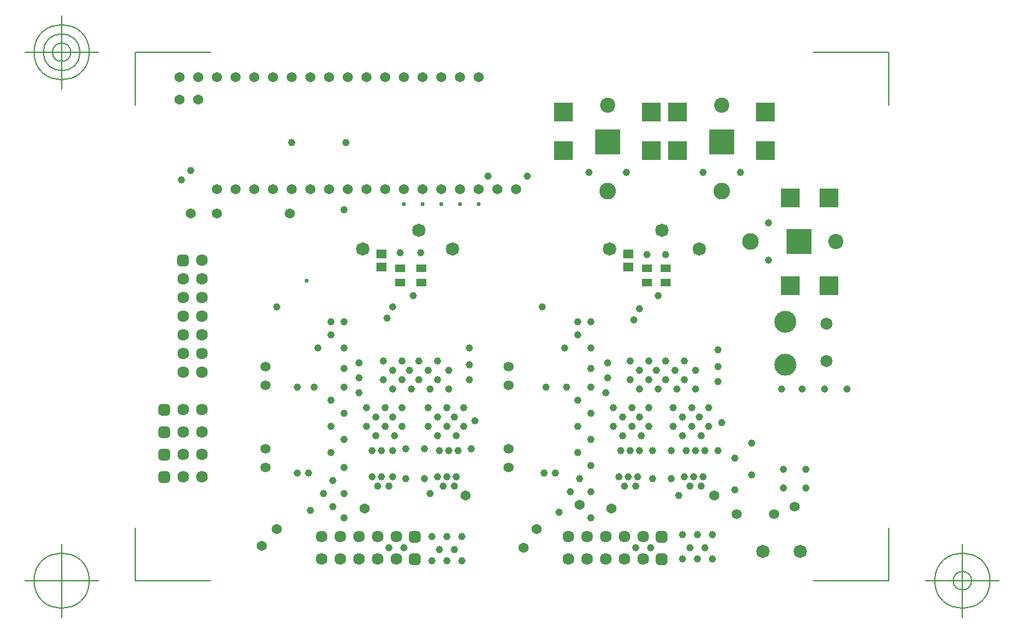
<source format=gbr>
G04 Generated by Ultiboard 13.0 *
%FSLAX25Y25*%
%MOIN*%

%ADD10C,0.00001*%
%ADD11C,0.00500*%
%ADD12C,0.05400*%
%ADD13C,0.03937*%
%ADD14R,0.05512X0.04134*%
%ADD15C,0.07166*%
%ADD16R,0.05709X0.04528*%
%ADD17C,0.06334*%
%ADD18R,0.02083X0.02083*%
%ADD19C,0.03917*%
%ADD20C,0.05337*%
%ADD21C,0.06518*%
%ADD22C,0.02100*%
%ADD23C,0.11811*%
%ADD24C,0.08093*%
%ADD25C,0.08880*%
%ADD26R,0.10000X0.10000*%
%ADD27R,0.13211X0.13211*%


G04 ColorRGB 9900CC for the following layer *
%LNSolder Mask Bottom*%
%LPD*%
G54D10*
G54D11*
X-1500Y-1500D02*
X-1500Y26800D01*
X-1500Y-1500D02*
X38800Y-1500D01*
X401500Y-1500D02*
X361200Y-1500D01*
X401500Y-1500D02*
X401500Y26800D01*
X401500Y281500D02*
X401500Y253200D01*
X401500Y281500D02*
X361200Y281500D01*
X-1500Y281500D02*
X38800Y281500D01*
X-1500Y281500D02*
X-1500Y253200D01*
X-21185Y-1500D02*
X-60555Y-1500D01*
X-40870Y-21185D02*
X-40870Y18185D01*
X-55634Y-1500D02*
G75*
D01*
G02X-55634Y-1500I14764J0*
G01*
X421185Y-1500D02*
X460555Y-1500D01*
X440870Y-21185D02*
X440870Y18185D01*
X426106Y-1500D02*
G75*
D01*
G02X426106Y-1500I14764J0*
G01*
X435949Y-1500D02*
G75*
D01*
G02X435949Y-1500I4921J0*
G01*
X-21185Y281500D02*
X-60555Y281500D01*
X-40870Y261815D02*
X-40870Y301185D01*
X-55634Y281500D02*
G75*
D01*
G02X-55634Y281500I14764J0*
G01*
X-50713Y281500D02*
G75*
D01*
G02X-50713Y281500I9843J0*
G01*
X-45791Y281500D02*
G75*
D01*
G02X-45791Y281500I4921J0*
G01*
G54D12*
X42000Y208000D03*
X52000Y208000D03*
X62000Y208000D03*
X72000Y208000D03*
X82000Y208000D03*
X92000Y208000D03*
X102000Y208000D03*
X112000Y208000D03*
X122000Y208000D03*
X132000Y208000D03*
X142000Y208000D03*
X152000Y208000D03*
X162000Y208000D03*
X172000Y208000D03*
X182000Y208000D03*
X192000Y208000D03*
X202000Y208000D03*
X22000Y268000D03*
X32000Y268000D03*
X42000Y268000D03*
X52000Y268000D03*
X62000Y268000D03*
X72000Y268000D03*
X82000Y268000D03*
X92000Y268000D03*
X102000Y268000D03*
X112000Y268000D03*
X122000Y268000D03*
X132000Y268000D03*
X142000Y268000D03*
X152000Y268000D03*
X162000Y268000D03*
X172000Y268000D03*
X182000Y268000D03*
X42000Y195000D03*
X42000Y195000D03*
X28000Y195000D03*
X28000Y195000D03*
X74000Y26000D03*
X74000Y26000D03*
X66000Y17000D03*
X66000Y17000D03*
X213000Y26000D03*
X213000Y26000D03*
X206000Y16000D03*
X206000Y16000D03*
X175000Y44000D03*
X175000Y44000D03*
X121000Y37000D03*
X121000Y37000D03*
X253000Y37000D03*
X253000Y37000D03*
X308000Y44000D03*
X308000Y44000D03*
X236000Y39000D03*
X236000Y39000D03*
X81000Y195000D03*
X81000Y195000D03*
X32000Y256000D03*
X32000Y256000D03*
X22000Y256000D03*
X22000Y256000D03*
G54D13*
X104000Y38000D03*
X110000Y45000D03*
X128000Y49000D03*
X134000Y49000D03*
X163000Y49000D03*
X169000Y49000D03*
X242000Y46000D03*
X260000Y49000D03*
X266000Y49000D03*
X295000Y49000D03*
X301000Y49000D03*
X85000Y56000D03*
X91000Y56000D03*
X104000Y52000D03*
X125000Y54000D03*
X130000Y54000D03*
X136000Y54000D03*
X160000Y54000D03*
X165000Y54000D03*
X170000Y54000D03*
X217000Y56000D03*
X223000Y56000D03*
X236000Y53000D03*
X257000Y54000D03*
X262000Y54000D03*
X267000Y54000D03*
X292000Y54000D03*
X297000Y54000D03*
X302000Y54000D03*
X110000Y59000D03*
X242000Y60000D03*
X103000Y67000D03*
X125000Y68000D03*
X130000Y68000D03*
X136000Y68000D03*
X161000Y68000D03*
X166000Y68000D03*
X171000Y68000D03*
X235000Y67000D03*
X258000Y68000D03*
X263000Y68000D03*
X268000Y68000D03*
X293000Y68000D03*
X298000Y68000D03*
X303000Y68000D03*
X103000Y81000D03*
X110000Y74000D03*
X235000Y81000D03*
X242000Y74000D03*
X110000Y88000D03*
X242000Y88000D03*
X103000Y95000D03*
X235000Y95000D03*
X110000Y102000D03*
X242000Y102000D03*
X110000Y123000D03*
X242000Y123000D03*
X103000Y130000D03*
X235000Y130000D03*
X103000Y137000D03*
X110000Y137000D03*
X133000Y139000D03*
X242000Y137000D03*
X265000Y138000D03*
X268000Y144000D03*
X136000Y145000D03*
X147000Y151000D03*
X216000Y145000D03*
X278000Y151000D03*
X140000Y174000D03*
X151000Y174000D03*
X272000Y173000D03*
X282000Y173000D03*
X110000Y197000D03*
X82000Y233000D03*
X111000Y233000D03*
X208000Y215000D03*
X187000Y215000D03*
X235000Y137000D03*
X319000Y47000D03*
X328000Y55000D03*
X319000Y64000D03*
X328000Y72000D03*
X291000Y23000D03*
X299000Y23000D03*
X307000Y23000D03*
X295000Y16000D03*
X291000Y10000D03*
X299000Y10000D03*
X307000Y10000D03*
X310000Y68000D03*
X312000Y83000D03*
X310000Y105000D03*
X310000Y113000D03*
X310000Y122000D03*
X289000Y44000D03*
X285000Y53000D03*
X285000Y68000D03*
X242000Y112000D03*
X242000Y32000D03*
X225000Y35000D03*
X231000Y46000D03*
X110000Y32000D03*
X99000Y45000D03*
X92000Y36000D03*
X110000Y112000D03*
X96000Y123000D03*
X228000Y123000D03*
X94000Y102000D03*
X85000Y102000D03*
X229000Y102000D03*
X218000Y102000D03*
X251000Y115000D03*
X251000Y107000D03*
X250000Y99000D03*
X275000Y68000D03*
X275000Y53000D03*
X177000Y123000D03*
X177000Y114000D03*
X177000Y106000D03*
X156000Y45000D03*
X180000Y84000D03*
X153000Y69000D03*
X153000Y53000D03*
X178000Y69000D03*
X118000Y115000D03*
X118000Y107000D03*
X118000Y99000D03*
X143000Y69000D03*
X143000Y53000D03*
X174000Y91000D03*
X160000Y76000D03*
X170000Y76000D03*
X174000Y81000D03*
X165000Y91000D03*
X155000Y91000D03*
X160000Y86000D03*
X169000Y86000D03*
X155000Y81000D03*
X165000Y81000D03*
X127000Y76000D03*
X122000Y81000D03*
X132000Y81000D03*
X137000Y76000D03*
X141000Y81000D03*
X127000Y86000D03*
X136000Y86000D03*
X122000Y91000D03*
X132000Y91000D03*
X141000Y91000D03*
X259000Y76000D03*
X254000Y81000D03*
X264000Y81000D03*
X269000Y76000D03*
X273000Y81000D03*
X259000Y86000D03*
X268000Y86000D03*
X254000Y91000D03*
X264000Y91000D03*
X273000Y91000D03*
X291000Y76000D03*
X286000Y81000D03*
X296000Y81000D03*
X301000Y76000D03*
X305000Y81000D03*
X291000Y86000D03*
X300000Y86000D03*
X286000Y91000D03*
X296000Y91000D03*
X305000Y91000D03*
X268000Y101000D03*
X263000Y106000D03*
X273000Y106000D03*
X278000Y101000D03*
X282000Y106000D03*
X268000Y111000D03*
X277000Y111000D03*
X263000Y116000D03*
X273000Y116000D03*
X282000Y116000D03*
X136000Y101000D03*
X131000Y106000D03*
X141000Y106000D03*
X146000Y101000D03*
X150000Y106000D03*
X136000Y111000D03*
X145000Y111000D03*
X131000Y116000D03*
X141000Y116000D03*
X150000Y116000D03*
X156000Y101000D03*
X160000Y106000D03*
X155000Y111000D03*
X160000Y116000D03*
X166000Y111000D03*
X166000Y101000D03*
X288000Y101000D03*
X298000Y101000D03*
X292000Y106000D03*
X287000Y111000D03*
X298000Y111000D03*
X292000Y116000D03*
X157000Y9000D03*
X161000Y15000D03*
X165000Y9000D03*
X169000Y15000D03*
X173000Y9000D03*
X157000Y22000D03*
X165000Y22000D03*
X173000Y22000D03*
X344000Y101000D03*
X355000Y101000D03*
X367000Y101000D03*
X379000Y101000D03*
X134000Y16000D03*
X266000Y16000D03*
X142000Y16000D03*
X274000Y16000D03*
X74000Y145000D03*
X357000Y58000D03*
X345000Y58000D03*
X357000Y48000D03*
X345000Y48000D03*
X303000Y16000D03*
X28000Y218000D03*
X23000Y213000D03*
X241000Y217000D03*
X261000Y217000D03*
X322000Y217000D03*
X302000Y217000D03*
X337000Y190000D03*
X337000Y170000D03*
G54D14*
X140000Y158260D03*
X140000Y165740D03*
X151500Y158260D03*
X151500Y165740D03*
X272000Y158260D03*
X272000Y165740D03*
X282000Y158260D03*
X282000Y165740D03*
G54D15*
X168000Y176000D03*
X252000Y176000D03*
X120000Y176000D03*
X300000Y176000D03*
X334000Y14000D03*
X354000Y14000D03*
X280000Y186000D03*
X150000Y186000D03*
G54D16*
X262000Y166457D03*
X262000Y173543D03*
X130000Y166457D03*
X130000Y173543D03*
G54D17*
X24000Y66000D03*
X34000Y66000D03*
X24000Y78000D03*
X34000Y78000D03*
X24000Y90000D03*
X34000Y90000D03*
X24000Y54000D03*
X34000Y54000D03*
X34000Y160000D03*
X24000Y160000D03*
X34000Y170000D03*
X34000Y130000D03*
X24000Y130000D03*
X34000Y140000D03*
X24000Y140000D03*
X34000Y150000D03*
X24000Y150000D03*
X34000Y110000D03*
X24000Y110000D03*
X34000Y120000D03*
X24000Y120000D03*
X138000Y22000D03*
X128000Y22000D03*
X108000Y22000D03*
X118000Y22000D03*
X98000Y22000D03*
X138000Y10000D03*
X128000Y10000D03*
X108000Y10000D03*
X118000Y10000D03*
X98000Y10000D03*
X270000Y22000D03*
X260000Y22000D03*
X240000Y22000D03*
X250000Y22000D03*
X230000Y22000D03*
X270000Y10000D03*
X260000Y10000D03*
X240000Y10000D03*
X250000Y10000D03*
X230000Y10000D03*
G54D18*
X14000Y66000D03*
X14000Y78000D03*
X14000Y90000D03*
X14000Y54000D03*
X24000Y170000D03*
X148000Y22000D03*
X148000Y10000D03*
X280000Y22000D03*
X280000Y10000D03*
G54D19*
X12959Y64959D02*
X15041Y64959D01*
X15041Y67041D01*
X12959Y67041D01*
X12959Y64959D01*D02*
X12959Y76959D02*
X15041Y76959D01*
X15041Y79041D01*
X12959Y79041D01*
X12959Y76959D01*D02*
X12959Y88959D02*
X15041Y88959D01*
X15041Y91041D01*
X12959Y91041D01*
X12959Y88959D01*D02*
X12959Y52959D02*
X15041Y52959D01*
X15041Y55041D01*
X12959Y55041D01*
X12959Y52959D01*D02*
X22959Y168959D02*
X25041Y168959D01*
X25041Y171041D01*
X22959Y171041D01*
X22959Y168959D01*D02*
X146959Y20959D02*
X149041Y20959D01*
X149041Y23041D01*
X146959Y23041D01*
X146959Y20959D01*D02*
X146959Y8959D02*
X149041Y8959D01*
X149041Y11041D01*
X146959Y11041D01*
X146959Y8959D01*D02*
X278959Y20959D02*
X281041Y20959D01*
X281041Y23041D01*
X278959Y23041D01*
X278959Y20959D01*D02*
X278959Y8959D02*
X281041Y8959D01*
X281041Y11041D01*
X278959Y11041D01*
X278959Y8959D01*D02*
G54D20*
X320000Y34000D03*
X340000Y34000D03*
X68000Y59000D03*
X68000Y69000D03*
X68000Y113000D03*
X68000Y103000D03*
X198000Y59000D03*
X198000Y69000D03*
X198000Y113000D03*
X198000Y103000D03*
X351000Y38000D03*
X351000Y38000D03*
G54D21*
X368000Y136000D03*
X368000Y116000D03*
G54D22*
X90000Y159000D03*
X90000Y159000D03*
X182000Y200000D03*
X182000Y200000D03*
X172000Y200000D03*
X172000Y200000D03*
X162000Y200000D03*
X162000Y200000D03*
X152000Y200000D03*
X152000Y200000D03*
X142000Y200000D03*
X142000Y200000D03*
G54D23*
X346000Y114000D03*
X346000Y114000D03*
X346000Y137000D03*
X346000Y137000D03*
G54D24*
X251000Y253185D03*
X373185Y180000D03*
X312000Y253185D03*
G54D25*
X251000Y207319D03*
X327319Y180000D03*
X312000Y207319D03*
G54D26*
X274425Y249445D03*
X274425Y228972D03*
X227575Y228972D03*
X227575Y249445D03*
X348972Y156575D03*
X348972Y203425D03*
X369445Y156575D03*
X369445Y203425D03*
X335425Y228972D03*
X288575Y228972D03*
X335425Y249445D03*
X288575Y249445D03*
G54D27*
X251000Y233500D03*
X353500Y180000D03*
X312000Y233500D03*

M02*

</source>
